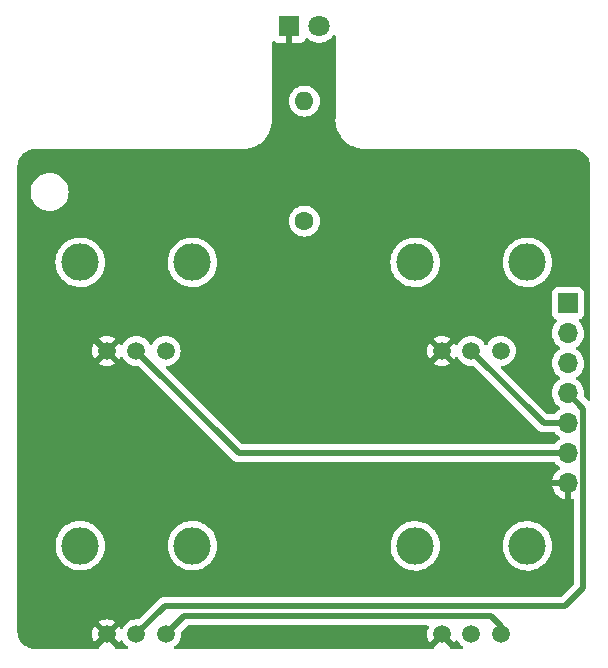
<source format=gbl>
G04 #@! TF.GenerationSoftware,KiCad,Pcbnew,(6.0.11)*
G04 #@! TF.CreationDate,2023-07-08T12:32:02+02:00*
G04 #@! TF.ProjectId,IO Board,494f2042-6f61-4726-942e-6b696361645f,rev?*
G04 #@! TF.SameCoordinates,Original*
G04 #@! TF.FileFunction,Copper,L2,Bot*
G04 #@! TF.FilePolarity,Positive*
%FSLAX46Y46*%
G04 Gerber Fmt 4.6, Leading zero omitted, Abs format (unit mm)*
G04 Created by KiCad (PCBNEW (6.0.11)) date 2023-07-08 12:32:02*
%MOMM*%
%LPD*%
G01*
G04 APERTURE LIST*
G04 #@! TA.AperFunction,ComponentPad*
%ADD10R,1.800000X1.800000*%
G04 #@! TD*
G04 #@! TA.AperFunction,ComponentPad*
%ADD11C,1.800000*%
G04 #@! TD*
G04 #@! TA.AperFunction,ComponentPad*
%ADD12C,1.500000*%
G04 #@! TD*
G04 #@! TA.AperFunction,ComponentPad*
%ADD13C,3.164000*%
G04 #@! TD*
G04 #@! TA.AperFunction,ComponentPad*
%ADD14C,1.600000*%
G04 #@! TD*
G04 #@! TA.AperFunction,ComponentPad*
%ADD15O,1.600000X1.600000*%
G04 #@! TD*
G04 #@! TA.AperFunction,ComponentPad*
%ADD16R,1.700000X1.700000*%
G04 #@! TD*
G04 #@! TA.AperFunction,ComponentPad*
%ADD17O,1.700000X1.700000*%
G04 #@! TD*
G04 #@! TA.AperFunction,Conductor*
%ADD18C,0.500000*%
G04 #@! TD*
G04 APERTURE END LIST*
D10*
X214376000Y-58216800D03*
D11*
X216916000Y-58216800D03*
D12*
X227316383Y-85723005D03*
X229816383Y-85723005D03*
X232316383Y-85723005D03*
D13*
X225066383Y-78223005D03*
X234566383Y-78223005D03*
D12*
X198954916Y-109716108D03*
X201454916Y-109716108D03*
X203954916Y-109716108D03*
D13*
X196704916Y-102216108D03*
X206204916Y-102216108D03*
D12*
X227321612Y-109725162D03*
X229821612Y-109725162D03*
X232321612Y-109725162D03*
D13*
X225071612Y-102225162D03*
X234571612Y-102225162D03*
D12*
X198948140Y-85720462D03*
X201448140Y-85720462D03*
X203948140Y-85720462D03*
D13*
X196698140Y-78220462D03*
X206198140Y-78220462D03*
D14*
X215686347Y-74727791D03*
D15*
X215686347Y-64567791D03*
D16*
X237998000Y-81686400D03*
D17*
X237998000Y-84226400D03*
X237998000Y-86766400D03*
X237998000Y-89306400D03*
X237998000Y-91846400D03*
X237998000Y-94386400D03*
X237998000Y-96926400D03*
D18*
X205467024Y-108204000D02*
X203954916Y-109716108D01*
X232321612Y-109725162D02*
X232321612Y-109004612D01*
X231521000Y-108204000D02*
X205467024Y-108204000D01*
X232321612Y-109004612D02*
X231521000Y-108204000D01*
X237998000Y-89306400D02*
X239297511Y-90605911D01*
X237744000Y-107315000D02*
X203856024Y-107315000D01*
X239297511Y-90605911D02*
X239297511Y-105761489D01*
X239297511Y-105761489D02*
X237744000Y-107315000D01*
X203856024Y-107315000D02*
X201454916Y-109716108D01*
X237998000Y-91846400D02*
X235939778Y-91846400D01*
X235939778Y-91846400D02*
X229816383Y-85723005D01*
X201448140Y-85720462D02*
X210114078Y-94386400D01*
X210114078Y-94386400D02*
X237998000Y-94386400D01*
G04 #@! TA.AperFunction,Conductor*
G36*
X214572121Y-57982802D02*
G01*
X214618614Y-58036458D01*
X214630000Y-58088800D01*
X214630000Y-59606684D01*
X214634475Y-59621923D01*
X214635865Y-59623128D01*
X214643548Y-59624799D01*
X215320669Y-59624799D01*
X215327490Y-59624429D01*
X215378352Y-59618905D01*
X215393604Y-59615279D01*
X215514054Y-59570124D01*
X215529649Y-59561586D01*
X215631724Y-59485085D01*
X215644285Y-59472524D01*
X215720786Y-59370449D01*
X215729324Y-59354854D01*
X215750773Y-59297640D01*
X215793415Y-59240875D01*
X215859977Y-59216176D01*
X215929325Y-59231384D01*
X215949240Y-59244926D01*
X216105349Y-59374530D01*
X216305322Y-59491384D01*
X216310147Y-59493226D01*
X216310148Y-59493227D01*
X216369640Y-59515945D01*
X216521694Y-59574009D01*
X216526760Y-59575040D01*
X216526761Y-59575040D01*
X216579846Y-59585840D01*
X216748656Y-59620185D01*
X216879324Y-59624976D01*
X216974949Y-59628483D01*
X216974953Y-59628483D01*
X216980113Y-59628672D01*
X216985233Y-59628016D01*
X216985235Y-59628016D01*
X217058270Y-59618660D01*
X217209847Y-59599242D01*
X217214795Y-59597757D01*
X217214802Y-59597756D01*
X217426747Y-59534169D01*
X217431690Y-59532686D01*
X217512236Y-59493227D01*
X217635049Y-59433062D01*
X217635052Y-59433060D01*
X217639684Y-59430791D01*
X217828243Y-59296294D01*
X217992303Y-59132805D01*
X217995317Y-59128611D01*
X217995326Y-59128600D01*
X218090779Y-58995763D01*
X218146773Y-58952115D01*
X218217477Y-58945669D01*
X218280441Y-58978472D01*
X218315675Y-59040108D01*
X218319101Y-59069289D01*
X218319101Y-66062951D01*
X218317355Y-66083856D01*
X218314025Y-66103649D01*
X218313872Y-66116201D01*
X218314561Y-66121011D01*
X218314719Y-66123438D01*
X218315298Y-66129134D01*
X218315577Y-66133742D01*
X218332839Y-66419120D01*
X218387542Y-66717622D01*
X218477826Y-67007353D01*
X218479388Y-67010823D01*
X218479390Y-67010829D01*
X218516339Y-67092925D01*
X218602375Y-67284089D01*
X218604344Y-67287346D01*
X218604346Y-67287349D01*
X218759373Y-67543795D01*
X218761725Y-67546797D01*
X218761727Y-67546800D01*
X218820205Y-67621442D01*
X218946530Y-67782684D01*
X219161118Y-67997271D01*
X219164123Y-67999626D01*
X219164125Y-67999627D01*
X219225845Y-68047981D01*
X219400007Y-68184428D01*
X219577508Y-68291731D01*
X219656452Y-68339455D01*
X219656456Y-68339457D01*
X219659713Y-68341426D01*
X219798081Y-68403701D01*
X219932973Y-68464411D01*
X219932979Y-68464413D01*
X219936449Y-68465975D01*
X219940085Y-68467108D01*
X220222523Y-68555119D01*
X220226181Y-68556259D01*
X220524682Y-68610961D01*
X220528476Y-68611190D01*
X220528480Y-68611191D01*
X220660884Y-68619200D01*
X220796760Y-68627419D01*
X220810047Y-68628934D01*
X220815049Y-68629775D01*
X220821325Y-68629851D01*
X220822741Y-68629869D01*
X220822744Y-68629869D01*
X220827601Y-68629928D01*
X220855225Y-68625972D01*
X220873087Y-68624699D01*
X229248395Y-68624700D01*
X238351747Y-68624701D01*
X238371133Y-68626201D01*
X238385965Y-68628511D01*
X238385968Y-68628511D01*
X238394837Y-68629892D01*
X238410094Y-68627897D01*
X238435414Y-68627154D01*
X238604394Y-68639242D01*
X238622177Y-68641799D01*
X238752346Y-68670116D01*
X238812510Y-68683205D01*
X238829758Y-68688270D01*
X238980659Y-68744554D01*
X239012183Y-68756312D01*
X239012255Y-68756339D01*
X239028606Y-68763806D01*
X239199567Y-68857159D01*
X239214677Y-68866869D01*
X239370622Y-68983609D01*
X239384201Y-68995376D01*
X239521933Y-69133110D01*
X239533705Y-69146696D01*
X239650433Y-69302627D01*
X239660144Y-69317736D01*
X239753502Y-69488711D01*
X239760961Y-69505043D01*
X239812155Y-69642300D01*
X239829034Y-69687554D01*
X239834099Y-69704803D01*
X239875503Y-69895136D01*
X239878061Y-69912930D01*
X239889645Y-70074885D01*
X239888915Y-70092440D01*
X239888810Y-70101046D01*
X239887427Y-70109925D01*
X239889889Y-70128753D01*
X239891554Y-70141484D01*
X239892618Y-70157822D01*
X239892618Y-89824147D01*
X239872616Y-89892268D01*
X239818960Y-89938761D01*
X239748686Y-89948865D01*
X239684106Y-89919371D01*
X239677523Y-89913242D01*
X239377609Y-89613328D01*
X239343583Y-89551016D01*
X239341782Y-89507789D01*
X239359529Y-89372990D01*
X239361156Y-89306400D01*
X239342852Y-89083761D01*
X239288431Y-88867102D01*
X239199354Y-88662240D01*
X239078014Y-88474677D01*
X238927670Y-88309451D01*
X238923619Y-88306252D01*
X238923615Y-88306248D01*
X238756414Y-88174200D01*
X238756410Y-88174198D01*
X238752359Y-88170998D01*
X238711053Y-88148196D01*
X238661084Y-88097764D01*
X238646312Y-88028321D01*
X238671428Y-87961916D01*
X238698780Y-87935309D01*
X238742603Y-87904050D01*
X238877860Y-87807573D01*
X239036096Y-87649889D01*
X239095594Y-87567089D01*
X239163435Y-87472677D01*
X239166453Y-87468477D01*
X239265430Y-87268211D01*
X239330370Y-87054469D01*
X239359529Y-86832990D01*
X239359611Y-86829640D01*
X239361074Y-86769765D01*
X239361074Y-86769761D01*
X239361156Y-86766400D01*
X239342852Y-86543761D01*
X239288431Y-86327102D01*
X239199354Y-86122240D01*
X239078014Y-85934677D01*
X238927670Y-85769451D01*
X238923619Y-85766252D01*
X238923615Y-85766248D01*
X238756414Y-85634200D01*
X238756410Y-85634198D01*
X238752359Y-85630998D01*
X238711053Y-85608196D01*
X238661084Y-85557764D01*
X238646312Y-85488321D01*
X238671428Y-85421916D01*
X238698780Y-85395309D01*
X238760921Y-85350984D01*
X238877860Y-85267573D01*
X239036096Y-85109889D01*
X239051244Y-85088809D01*
X239163435Y-84932677D01*
X239166453Y-84928477D01*
X239172878Y-84915478D01*
X239263136Y-84732853D01*
X239263137Y-84732851D01*
X239265430Y-84728211D01*
X239297900Y-84621340D01*
X239328865Y-84519423D01*
X239328865Y-84519421D01*
X239330370Y-84514469D01*
X239359529Y-84292990D01*
X239361156Y-84226400D01*
X239342852Y-84003761D01*
X239288431Y-83787102D01*
X239199354Y-83582240D01*
X239078014Y-83394677D01*
X239074532Y-83390850D01*
X238930798Y-83232888D01*
X238899746Y-83169042D01*
X238908141Y-83098543D01*
X238953317Y-83043775D01*
X238979761Y-83030106D01*
X239086297Y-82990167D01*
X239094705Y-82987015D01*
X239211261Y-82899661D01*
X239298615Y-82783105D01*
X239349745Y-82646716D01*
X239356500Y-82584534D01*
X239356500Y-80788266D01*
X239349745Y-80726084D01*
X239298615Y-80589695D01*
X239211261Y-80473139D01*
X239094705Y-80385785D01*
X238958316Y-80334655D01*
X238896134Y-80327900D01*
X237099866Y-80327900D01*
X237037684Y-80334655D01*
X236901295Y-80385785D01*
X236784739Y-80473139D01*
X236697385Y-80589695D01*
X236646255Y-80726084D01*
X236639500Y-80788266D01*
X236639500Y-82584534D01*
X236646255Y-82646716D01*
X236697385Y-82783105D01*
X236784739Y-82899661D01*
X236901295Y-82987015D01*
X236909704Y-82990167D01*
X236909705Y-82990168D01*
X237018451Y-83030935D01*
X237075216Y-83073576D01*
X237099916Y-83140138D01*
X237084709Y-83209487D01*
X237065316Y-83235968D01*
X236938629Y-83368538D01*
X236812743Y-83553080D01*
X236718688Y-83755705D01*
X236658989Y-83970970D01*
X236635251Y-84193095D01*
X236635548Y-84198248D01*
X236635548Y-84198251D01*
X236641011Y-84292990D01*
X236648110Y-84416115D01*
X236649247Y-84421161D01*
X236649248Y-84421167D01*
X236669119Y-84509339D01*
X236697222Y-84634039D01*
X236781266Y-84841016D01*
X236897987Y-85031488D01*
X237044250Y-85200338D01*
X237216126Y-85343032D01*
X237286595Y-85384211D01*
X237289445Y-85385876D01*
X237338169Y-85437514D01*
X237351240Y-85507297D01*
X237324509Y-85573069D01*
X237284055Y-85606427D01*
X237271607Y-85612907D01*
X237267474Y-85616010D01*
X237267471Y-85616012D01*
X237111294Y-85733273D01*
X237092965Y-85747035D01*
X237089393Y-85750773D01*
X236950848Y-85895752D01*
X236938629Y-85908538D01*
X236935715Y-85912810D01*
X236935714Y-85912811D01*
X236921017Y-85934356D01*
X236812743Y-86093080D01*
X236782830Y-86157523D01*
X236733157Y-86264535D01*
X236718688Y-86295705D01*
X236658989Y-86510970D01*
X236635251Y-86733095D01*
X236635548Y-86738248D01*
X236635548Y-86738251D01*
X236645394Y-86909005D01*
X236648110Y-86956115D01*
X236649247Y-86961161D01*
X236649248Y-86961167D01*
X236660249Y-87009980D01*
X236697222Y-87174039D01*
X236781266Y-87381016D01*
X236897987Y-87571488D01*
X237044250Y-87740338D01*
X237216126Y-87883032D01*
X237286595Y-87924211D01*
X237289445Y-87925876D01*
X237338169Y-87977514D01*
X237351240Y-88047297D01*
X237324509Y-88113069D01*
X237284055Y-88146427D01*
X237271607Y-88152907D01*
X237267474Y-88156010D01*
X237267471Y-88156012D01*
X237243247Y-88174200D01*
X237092965Y-88287035D01*
X236938629Y-88448538D01*
X236812743Y-88633080D01*
X236718688Y-88835705D01*
X236658989Y-89050970D01*
X236635251Y-89273095D01*
X236635548Y-89278248D01*
X236635548Y-89278251D01*
X236641011Y-89372990D01*
X236648110Y-89496115D01*
X236649247Y-89501161D01*
X236649248Y-89501167D01*
X236664624Y-89569391D01*
X236697222Y-89714039D01*
X236781266Y-89921016D01*
X236897987Y-90111488D01*
X237044250Y-90280338D01*
X237216126Y-90423032D01*
X237286595Y-90464211D01*
X237289445Y-90465876D01*
X237338169Y-90517514D01*
X237351240Y-90587297D01*
X237324509Y-90653069D01*
X237284055Y-90686427D01*
X237271607Y-90692907D01*
X237267474Y-90696010D01*
X237267471Y-90696012D01*
X237097100Y-90823930D01*
X237092965Y-90827035D01*
X236938629Y-90988538D01*
X236908363Y-91032907D01*
X236853455Y-91077907D01*
X236804277Y-91087900D01*
X236306149Y-91087900D01*
X236238028Y-91067898D01*
X236217054Y-91050995D01*
X232356632Y-87190573D01*
X232322606Y-87128261D01*
X232327671Y-87057446D01*
X232370218Y-87000610D01*
X232434745Y-86975957D01*
X232482677Y-86971764D01*
X232535754Y-86967120D01*
X232748459Y-86910125D01*
X232948037Y-86817061D01*
X233128421Y-86690754D01*
X233284132Y-86535043D01*
X233289072Y-86527989D01*
X233407282Y-86359167D01*
X233407283Y-86359165D01*
X233410439Y-86354658D01*
X233412762Y-86349676D01*
X233412765Y-86349671D01*
X233486386Y-86191789D01*
X233503503Y-86155081D01*
X233560498Y-85942376D01*
X233579690Y-85723005D01*
X233560498Y-85503634D01*
X233503503Y-85290929D01*
X233412881Y-85096588D01*
X233412765Y-85096339D01*
X233412762Y-85096334D01*
X233410439Y-85091352D01*
X233379169Y-85046694D01*
X233287291Y-84915478D01*
X233287289Y-84915475D01*
X233284132Y-84910967D01*
X233128421Y-84755256D01*
X233096427Y-84732853D01*
X233024938Y-84682796D01*
X232948037Y-84628949D01*
X232748459Y-84535885D01*
X232535754Y-84478890D01*
X232316383Y-84459698D01*
X232097012Y-84478890D01*
X231884307Y-84535885D01*
X231790945Y-84579420D01*
X231689717Y-84626623D01*
X231689712Y-84626626D01*
X231684730Y-84628949D01*
X231680223Y-84632105D01*
X231680221Y-84632106D01*
X231508856Y-84752097D01*
X231508853Y-84752099D01*
X231504345Y-84755256D01*
X231348634Y-84910967D01*
X231345477Y-84915475D01*
X231345475Y-84915478D01*
X231253597Y-85046694D01*
X231222327Y-85091352D01*
X231220004Y-85096334D01*
X231220001Y-85096339D01*
X231180578Y-85180883D01*
X231133661Y-85234168D01*
X231065383Y-85253629D01*
X230997423Y-85233087D01*
X230952188Y-85180883D01*
X230912765Y-85096339D01*
X230912762Y-85096334D01*
X230910439Y-85091352D01*
X230879169Y-85046694D01*
X230787291Y-84915478D01*
X230787289Y-84915475D01*
X230784132Y-84910967D01*
X230628421Y-84755256D01*
X230596427Y-84732853D01*
X230524938Y-84682796D01*
X230448037Y-84628949D01*
X230248459Y-84535885D01*
X230035754Y-84478890D01*
X229816383Y-84459698D01*
X229597012Y-84478890D01*
X229384307Y-84535885D01*
X229290945Y-84579420D01*
X229189717Y-84626623D01*
X229189712Y-84626626D01*
X229184730Y-84628949D01*
X229180223Y-84632105D01*
X229180221Y-84632106D01*
X229008856Y-84752097D01*
X229008853Y-84752099D01*
X229004345Y-84755256D01*
X228848634Y-84910967D01*
X228845477Y-84915475D01*
X228845475Y-84915478D01*
X228753597Y-85046694D01*
X228722327Y-85091352D01*
X228720004Y-85096334D01*
X228720001Y-85096339D01*
X228680302Y-85181475D01*
X228633385Y-85234760D01*
X228565107Y-85254221D01*
X228497148Y-85233679D01*
X228451912Y-85181475D01*
X228412329Y-85096588D01*
X228406849Y-85087098D01*
X228377972Y-85045856D01*
X228367496Y-85037482D01*
X228354049Y-85044550D01*
X227688404Y-85710194D01*
X227680791Y-85724137D01*
X227680922Y-85725971D01*
X227685173Y-85732585D01*
X228354774Y-86402185D01*
X228366544Y-86408612D01*
X228378559Y-86399316D01*
X228406849Y-86358912D01*
X228412329Y-86349422D01*
X228451912Y-86264535D01*
X228498829Y-86211250D01*
X228567107Y-86191789D01*
X228635067Y-86212331D01*
X228680302Y-86264535D01*
X228720001Y-86349671D01*
X228720004Y-86349676D01*
X228722327Y-86354658D01*
X228725483Y-86359165D01*
X228725484Y-86359167D01*
X228843695Y-86527989D01*
X228848634Y-86535043D01*
X229004345Y-86690754D01*
X229184729Y-86817061D01*
X229384307Y-86910125D01*
X229597012Y-86967120D01*
X229816383Y-86986312D01*
X229821858Y-86985833D01*
X229821859Y-86985833D01*
X229933144Y-86976097D01*
X230002748Y-86990086D01*
X230033220Y-87012523D01*
X235356008Y-92335311D01*
X235368394Y-92349723D01*
X235376927Y-92361318D01*
X235376932Y-92361323D01*
X235381270Y-92367218D01*
X235386848Y-92371957D01*
X235386851Y-92371960D01*
X235421546Y-92401435D01*
X235429062Y-92408365D01*
X235434757Y-92414060D01*
X235437639Y-92416340D01*
X235457029Y-92431681D01*
X235460433Y-92434472D01*
X235510481Y-92476991D01*
X235516063Y-92481733D01*
X235522579Y-92485061D01*
X235527628Y-92488428D01*
X235532757Y-92491595D01*
X235538494Y-92496134D01*
X235604653Y-92527055D01*
X235608547Y-92528958D01*
X235673586Y-92562169D01*
X235680694Y-92563908D01*
X235686337Y-92566007D01*
X235692100Y-92567924D01*
X235698728Y-92571022D01*
X235705890Y-92572512D01*
X235705891Y-92572512D01*
X235770190Y-92585886D01*
X235774474Y-92586856D01*
X235845388Y-92604208D01*
X235850990Y-92604556D01*
X235850993Y-92604556D01*
X235856542Y-92604900D01*
X235856540Y-92604936D01*
X235860533Y-92605175D01*
X235864725Y-92605549D01*
X235871893Y-92607040D01*
X235949298Y-92604946D01*
X235952706Y-92604900D01*
X236800491Y-92604900D01*
X236868612Y-92624902D01*
X236897402Y-92651995D01*
X236897987Y-92651488D01*
X237044250Y-92820338D01*
X237216126Y-92963032D01*
X237286595Y-93004211D01*
X237289445Y-93005876D01*
X237338169Y-93057514D01*
X237351240Y-93127297D01*
X237324509Y-93193069D01*
X237284055Y-93226427D01*
X237271607Y-93232907D01*
X237267474Y-93236010D01*
X237267471Y-93236012D01*
X237097100Y-93363930D01*
X237092965Y-93367035D01*
X236938629Y-93528538D01*
X236908363Y-93572907D01*
X236853455Y-93617907D01*
X236804277Y-93627900D01*
X210480449Y-93627900D01*
X210412328Y-93607898D01*
X210391354Y-93590995D01*
X203988389Y-87188030D01*
X203954363Y-87125718D01*
X203959428Y-87054903D01*
X204001975Y-86998067D01*
X204066502Y-86973414D01*
X204114434Y-86969221D01*
X204167511Y-86964577D01*
X204380216Y-86907582D01*
X204579794Y-86814518D01*
X204638850Y-86773166D01*
X226630776Y-86773166D01*
X226640070Y-86785180D01*
X226680471Y-86813469D01*
X226689967Y-86818952D01*
X226879496Y-86907331D01*
X226889788Y-86911077D01*
X227091784Y-86965201D01*
X227102579Y-86967104D01*
X227310908Y-86985331D01*
X227321858Y-86985331D01*
X227530187Y-86967104D01*
X227540982Y-86965201D01*
X227742978Y-86911077D01*
X227753270Y-86907331D01*
X227942799Y-86818952D01*
X227952295Y-86813469D01*
X227993531Y-86784595D01*
X228001906Y-86774117D01*
X227994840Y-86760673D01*
X227329194Y-86095026D01*
X227315251Y-86087413D01*
X227313417Y-86087544D01*
X227306803Y-86091795D01*
X226637203Y-86761396D01*
X226630776Y-86773166D01*
X204638850Y-86773166D01*
X204760178Y-86688211D01*
X204915889Y-86532500D01*
X204930965Y-86510970D01*
X205039039Y-86356624D01*
X205039040Y-86356622D01*
X205042196Y-86352115D01*
X205044519Y-86347133D01*
X205044522Y-86347128D01*
X205118143Y-86189246D01*
X205135260Y-86152538D01*
X205192255Y-85939833D01*
X205210746Y-85728480D01*
X226054057Y-85728480D01*
X226072284Y-85936809D01*
X226074187Y-85947604D01*
X226128311Y-86149600D01*
X226132057Y-86159892D01*
X226220437Y-86349422D01*
X226225917Y-86358912D01*
X226254794Y-86400154D01*
X226265270Y-86408528D01*
X226278717Y-86401460D01*
X226944362Y-85735816D01*
X226951975Y-85721873D01*
X226951844Y-85720039D01*
X226947593Y-85713425D01*
X226277992Y-85043825D01*
X226266222Y-85037398D01*
X226254207Y-85046694D01*
X226225917Y-85087098D01*
X226220437Y-85096588D01*
X226132057Y-85286118D01*
X226128311Y-85296410D01*
X226074187Y-85498406D01*
X226072284Y-85509201D01*
X226054057Y-85717530D01*
X226054057Y-85728480D01*
X205210746Y-85728480D01*
X205211447Y-85720462D01*
X205192255Y-85501091D01*
X205135260Y-85288386D01*
X205050069Y-85105692D01*
X205044522Y-85093796D01*
X205044519Y-85093791D01*
X205042196Y-85088809D01*
X205012120Y-85045856D01*
X204919048Y-84912935D01*
X204919046Y-84912932D01*
X204915889Y-84908424D01*
X204760178Y-84752713D01*
X204644754Y-84671892D01*
X226630860Y-84671892D01*
X226637928Y-84685339D01*
X227303572Y-85350984D01*
X227317515Y-85358597D01*
X227319349Y-85358466D01*
X227325963Y-85354215D01*
X227995563Y-84684614D01*
X228001990Y-84672844D01*
X227992696Y-84660830D01*
X227952295Y-84632541D01*
X227942799Y-84627058D01*
X227753270Y-84538679D01*
X227742978Y-84534933D01*
X227540982Y-84480809D01*
X227530187Y-84478906D01*
X227321858Y-84460679D01*
X227310908Y-84460679D01*
X227102579Y-84478906D01*
X227091784Y-84480809D01*
X226889788Y-84534933D01*
X226879496Y-84538679D01*
X226689966Y-84627059D01*
X226680476Y-84632539D01*
X226639234Y-84661416D01*
X226630860Y-84671892D01*
X204644754Y-84671892D01*
X204579794Y-84626406D01*
X204380216Y-84533342D01*
X204167511Y-84476347D01*
X203948140Y-84457155D01*
X203728769Y-84476347D01*
X203516064Y-84533342D01*
X203422702Y-84576877D01*
X203321474Y-84624080D01*
X203321469Y-84624083D01*
X203316487Y-84626406D01*
X203311980Y-84629562D01*
X203311978Y-84629563D01*
X203140613Y-84749554D01*
X203140610Y-84749556D01*
X203136102Y-84752713D01*
X202980391Y-84908424D01*
X202977234Y-84912932D01*
X202977232Y-84912935D01*
X202884160Y-85045856D01*
X202854084Y-85088809D01*
X202851761Y-85093791D01*
X202851758Y-85093796D01*
X202812335Y-85178340D01*
X202765418Y-85231625D01*
X202697140Y-85251086D01*
X202629180Y-85230544D01*
X202583945Y-85178340D01*
X202544522Y-85093796D01*
X202544519Y-85093791D01*
X202542196Y-85088809D01*
X202512120Y-85045856D01*
X202419048Y-84912935D01*
X202419046Y-84912932D01*
X202415889Y-84908424D01*
X202260178Y-84752713D01*
X202079794Y-84626406D01*
X201880216Y-84533342D01*
X201667511Y-84476347D01*
X201448140Y-84457155D01*
X201228769Y-84476347D01*
X201016064Y-84533342D01*
X200922702Y-84576877D01*
X200821474Y-84624080D01*
X200821469Y-84624083D01*
X200816487Y-84626406D01*
X200811980Y-84629562D01*
X200811978Y-84629563D01*
X200640613Y-84749554D01*
X200640610Y-84749556D01*
X200636102Y-84752713D01*
X200480391Y-84908424D01*
X200477234Y-84912932D01*
X200477232Y-84912935D01*
X200384160Y-85045856D01*
X200354084Y-85088809D01*
X200351761Y-85093791D01*
X200351758Y-85093796D01*
X200312059Y-85178932D01*
X200265142Y-85232217D01*
X200196864Y-85251678D01*
X200128905Y-85231136D01*
X200083669Y-85178932D01*
X200044086Y-85094045D01*
X200038606Y-85084555D01*
X200009729Y-85043313D01*
X199999253Y-85034939D01*
X199985806Y-85042007D01*
X199320161Y-85707651D01*
X199312548Y-85721594D01*
X199312679Y-85723428D01*
X199316930Y-85730042D01*
X199986531Y-86399642D01*
X199998301Y-86406069D01*
X200010316Y-86396773D01*
X200038606Y-86356369D01*
X200044086Y-86346879D01*
X200083669Y-86261992D01*
X200130586Y-86208707D01*
X200198864Y-86189246D01*
X200266824Y-86209788D01*
X200312059Y-86261992D01*
X200351758Y-86347128D01*
X200351761Y-86347133D01*
X200354084Y-86352115D01*
X200357240Y-86356622D01*
X200357241Y-86356624D01*
X200465316Y-86510970D01*
X200480391Y-86532500D01*
X200636102Y-86688211D01*
X200816486Y-86814518D01*
X201016064Y-86907582D01*
X201228769Y-86964577D01*
X201448140Y-86983769D01*
X201453615Y-86983290D01*
X201453616Y-86983290D01*
X201564901Y-86973554D01*
X201634505Y-86987543D01*
X201664977Y-87009980D01*
X209530308Y-94875311D01*
X209542694Y-94889723D01*
X209551227Y-94901318D01*
X209551232Y-94901323D01*
X209555570Y-94907218D01*
X209561148Y-94911957D01*
X209561151Y-94911960D01*
X209595846Y-94941435D01*
X209603362Y-94948365D01*
X209609057Y-94954060D01*
X209611939Y-94956340D01*
X209631329Y-94971681D01*
X209634733Y-94974472D01*
X209684781Y-95016991D01*
X209690363Y-95021733D01*
X209696879Y-95025061D01*
X209701928Y-95028428D01*
X209707057Y-95031595D01*
X209712794Y-95036134D01*
X209778953Y-95067055D01*
X209782847Y-95068958D01*
X209847886Y-95102169D01*
X209854994Y-95103908D01*
X209860637Y-95106007D01*
X209866400Y-95107924D01*
X209873028Y-95111022D01*
X209880190Y-95112512D01*
X209880191Y-95112512D01*
X209944490Y-95125886D01*
X209948774Y-95126856D01*
X210019688Y-95144208D01*
X210025290Y-95144556D01*
X210025293Y-95144556D01*
X210030842Y-95144900D01*
X210030840Y-95144936D01*
X210034833Y-95145175D01*
X210039025Y-95145549D01*
X210046193Y-95147040D01*
X210123598Y-95144946D01*
X210127006Y-95144900D01*
X236800491Y-95144900D01*
X236868612Y-95164902D01*
X236897402Y-95191995D01*
X236897987Y-95191488D01*
X237044250Y-95360338D01*
X237216126Y-95503032D01*
X237289955Y-95546174D01*
X237338679Y-95597812D01*
X237351750Y-95667595D01*
X237325019Y-95733367D01*
X237284562Y-95766727D01*
X237276457Y-95770946D01*
X237267738Y-95776436D01*
X237097433Y-95904305D01*
X237089726Y-95911148D01*
X236942590Y-96065117D01*
X236936104Y-96073127D01*
X236816098Y-96249049D01*
X236811000Y-96258023D01*
X236721338Y-96451183D01*
X236717775Y-96460870D01*
X236662389Y-96660583D01*
X236663912Y-96669007D01*
X236676292Y-96672400D01*
X238126000Y-96672400D01*
X238194121Y-96692402D01*
X238240614Y-96746058D01*
X238252000Y-96798400D01*
X238252000Y-98244917D01*
X238256064Y-98258759D01*
X238269478Y-98260793D01*
X238276184Y-98259934D01*
X238286262Y-98257792D01*
X238376803Y-98230628D01*
X238447799Y-98230211D01*
X238507749Y-98268244D01*
X238537621Y-98332650D01*
X238539011Y-98351314D01*
X238539011Y-105395118D01*
X238519009Y-105463239D01*
X238502106Y-105484213D01*
X237466724Y-106519595D01*
X237404412Y-106553621D01*
X237377629Y-106556500D01*
X203923087Y-106556500D01*
X203904138Y-106555067D01*
X203903931Y-106555036D01*
X203882675Y-106551802D01*
X203875383Y-106552395D01*
X203875380Y-106552395D01*
X203830015Y-106556085D01*
X203819801Y-106556500D01*
X203811731Y-106556500D01*
X203808111Y-106556922D01*
X203808093Y-106556923D01*
X203783485Y-106559792D01*
X203779124Y-106560224D01*
X203754005Y-106562267D01*
X203713685Y-106565546D01*
X203713682Y-106565547D01*
X203706387Y-106566140D01*
X203699423Y-106568396D01*
X203693464Y-106569587D01*
X203687609Y-106570971D01*
X203680343Y-106571818D01*
X203611697Y-106596735D01*
X203607569Y-106598152D01*
X203545088Y-106618393D01*
X203545086Y-106618394D01*
X203538125Y-106620649D01*
X203531870Y-106624445D01*
X203526396Y-106626951D01*
X203520966Y-106629670D01*
X203514087Y-106632167D01*
X203453040Y-106672191D01*
X203449351Y-106674518D01*
X203429159Y-106686771D01*
X203391717Y-106709491D01*
X203391712Y-106709495D01*
X203386916Y-106712405D01*
X203378540Y-106719803D01*
X203378517Y-106719777D01*
X203375527Y-106722426D01*
X203372288Y-106725134D01*
X203366172Y-106729144D01*
X203361145Y-106734451D01*
X203361141Y-106734454D01*
X203312896Y-106785383D01*
X203310518Y-106787825D01*
X201671753Y-108426590D01*
X201609441Y-108460616D01*
X201571677Y-108463016D01*
X201460392Y-108453280D01*
X201460391Y-108453280D01*
X201454916Y-108452801D01*
X201235545Y-108471993D01*
X201022840Y-108528988D01*
X200998571Y-108540305D01*
X200828250Y-108619726D01*
X200828245Y-108619729D01*
X200823263Y-108622052D01*
X200818756Y-108625208D01*
X200818754Y-108625209D01*
X200647389Y-108745200D01*
X200647386Y-108745202D01*
X200642878Y-108748359D01*
X200487167Y-108904070D01*
X200484010Y-108908578D01*
X200484008Y-108908581D01*
X200392130Y-109039797D01*
X200360860Y-109084455D01*
X200358537Y-109089437D01*
X200358534Y-109089442D01*
X200318835Y-109174578D01*
X200271918Y-109227863D01*
X200203640Y-109247324D01*
X200135681Y-109226782D01*
X200090445Y-109174578D01*
X200050862Y-109089691D01*
X200045382Y-109080201D01*
X200016505Y-109038959D01*
X200006029Y-109030585D01*
X199992582Y-109037653D01*
X199326937Y-109703297D01*
X199319324Y-109717240D01*
X199319455Y-109719074D01*
X199323706Y-109725688D01*
X199993307Y-110395288D01*
X200005077Y-110401715D01*
X200017092Y-110392419D01*
X200045382Y-110352015D01*
X200050862Y-110342525D01*
X200090445Y-110257638D01*
X200137362Y-110204353D01*
X200205640Y-110184892D01*
X200273600Y-110205434D01*
X200318835Y-110257638D01*
X200358534Y-110342774D01*
X200358537Y-110342779D01*
X200360860Y-110347761D01*
X200364016Y-110352268D01*
X200364017Y-110352270D01*
X200441910Y-110463512D01*
X200487167Y-110528146D01*
X200642878Y-110683857D01*
X200647387Y-110687014D01*
X200647389Y-110687016D01*
X200726920Y-110742704D01*
X200771248Y-110798161D01*
X200778557Y-110868781D01*
X200746526Y-110932141D01*
X200685325Y-110968126D01*
X200654649Y-110971917D01*
X199738841Y-110971917D01*
X199670720Y-110951915D01*
X199624227Y-110898259D01*
X199614123Y-110827985D01*
X199640419Y-110767247D01*
X199640440Y-110767221D01*
X199633373Y-110753776D01*
X198967727Y-110088129D01*
X198953784Y-110080516D01*
X198951950Y-110080647D01*
X198945336Y-110084898D01*
X198275736Y-110754499D01*
X198269309Y-110766269D01*
X198271280Y-110768816D01*
X198297143Y-110834934D01*
X198283155Y-110904539D01*
X198233756Y-110955532D01*
X198171623Y-110971917D01*
X192927243Y-110971917D01*
X192907855Y-110970416D01*
X192893029Y-110968107D01*
X192893022Y-110968107D01*
X192884154Y-110966726D01*
X192875250Y-110967890D01*
X192875249Y-110967890D01*
X192868900Y-110968720D01*
X192843577Y-110969463D01*
X192674601Y-110957376D01*
X192656810Y-110954817D01*
X192466478Y-110913411D01*
X192449235Y-110908348D01*
X192266730Y-110840274D01*
X192250380Y-110832807D01*
X192241550Y-110827985D01*
X192079429Y-110739459D01*
X192064306Y-110729741D01*
X192019328Y-110696070D01*
X191908370Y-110613007D01*
X191894785Y-110601235D01*
X191757056Y-110463504D01*
X191745284Y-110449918D01*
X191628558Y-110293991D01*
X191618839Y-110278867D01*
X191525487Y-110107906D01*
X191518021Y-110091559D01*
X191449951Y-109909057D01*
X191444887Y-109891810D01*
X191420796Y-109781070D01*
X191407855Y-109721583D01*
X197692590Y-109721583D01*
X197710817Y-109929912D01*
X197712720Y-109940707D01*
X197766844Y-110142703D01*
X197770590Y-110152995D01*
X197858970Y-110342525D01*
X197864450Y-110352015D01*
X197893327Y-110393257D01*
X197903803Y-110401631D01*
X197917250Y-110394563D01*
X198582895Y-109728919D01*
X198590508Y-109714976D01*
X198590377Y-109713142D01*
X198586126Y-109706528D01*
X197916525Y-109036928D01*
X197904755Y-109030501D01*
X197892740Y-109039797D01*
X197864450Y-109080201D01*
X197858970Y-109089691D01*
X197770590Y-109279221D01*
X197766844Y-109289513D01*
X197712720Y-109491509D01*
X197710817Y-109502304D01*
X197692590Y-109710633D01*
X197692590Y-109721583D01*
X191407855Y-109721583D01*
X191403481Y-109701479D01*
X191400923Y-109683689D01*
X191389340Y-109521749D01*
X191390076Y-109504056D01*
X191390179Y-109495563D01*
X191391561Y-109486689D01*
X191387434Y-109455130D01*
X191386370Y-109438792D01*
X191386370Y-108664995D01*
X198269393Y-108664995D01*
X198276461Y-108678442D01*
X198942105Y-109344087D01*
X198956048Y-109351700D01*
X198957882Y-109351569D01*
X198964496Y-109347318D01*
X199634096Y-108677717D01*
X199640523Y-108665947D01*
X199631229Y-108653933D01*
X199590828Y-108625644D01*
X199581332Y-108620161D01*
X199391803Y-108531782D01*
X199381511Y-108528036D01*
X199179515Y-108473912D01*
X199168720Y-108472009D01*
X198960391Y-108453782D01*
X198949441Y-108453782D01*
X198741112Y-108472009D01*
X198730317Y-108473912D01*
X198528321Y-108528036D01*
X198518029Y-108531782D01*
X198328499Y-108620162D01*
X198319009Y-108625642D01*
X198277767Y-108654519D01*
X198269393Y-108664995D01*
X191386370Y-108664995D01*
X191386370Y-102194166D01*
X194609646Y-102194166D01*
X194626054Y-102478729D01*
X194626879Y-102482934D01*
X194626880Y-102482942D01*
X194639777Y-102548676D01*
X194680930Y-102758434D01*
X194682317Y-102762484D01*
X194682318Y-102762489D01*
X194707080Y-102834813D01*
X194773258Y-103028102D01*
X194901330Y-103282746D01*
X195062776Y-103517652D01*
X195065663Y-103520825D01*
X195065664Y-103520826D01*
X195134610Y-103596597D01*
X195254610Y-103728474D01*
X195257899Y-103731224D01*
X195469988Y-103908558D01*
X195469993Y-103908562D01*
X195473280Y-103911310D01*
X195548051Y-103958214D01*
X195711100Y-104060495D01*
X195711104Y-104060497D01*
X195714740Y-104062778D01*
X195844631Y-104121426D01*
X195970611Y-104178309D01*
X195970615Y-104178311D01*
X195974523Y-104180075D01*
X195978643Y-104181295D01*
X195978642Y-104181295D01*
X196243709Y-104259811D01*
X196243713Y-104259812D01*
X196247822Y-104261029D01*
X196252056Y-104261677D01*
X196252061Y-104261678D01*
X196500501Y-104299694D01*
X196529579Y-104304144D01*
X196674702Y-104306424D01*
X196810289Y-104308554D01*
X196810295Y-104308554D01*
X196814580Y-104308621D01*
X197097552Y-104274378D01*
X197373259Y-104202048D01*
X197377219Y-104200408D01*
X197377224Y-104200406D01*
X197504929Y-104147508D01*
X197636598Y-104092969D01*
X197882697Y-103949160D01*
X198107002Y-103773283D01*
X198305363Y-103568590D01*
X198307896Y-103565142D01*
X198307900Y-103565137D01*
X198471570Y-103342326D01*
X198474108Y-103338871D01*
X198610116Y-103088377D01*
X198707448Y-102830795D01*
X198709351Y-102825759D01*
X198709352Y-102825755D01*
X198710869Y-102821741D01*
X198771471Y-102557136D01*
X198773545Y-102548082D01*
X198773546Y-102548078D01*
X198774503Y-102543898D01*
X198799841Y-102259990D01*
X198800301Y-102216108D01*
X198798805Y-102194166D01*
X204109646Y-102194166D01*
X204126054Y-102478729D01*
X204126879Y-102482934D01*
X204126880Y-102482942D01*
X204139777Y-102548676D01*
X204180930Y-102758434D01*
X204182317Y-102762484D01*
X204182318Y-102762489D01*
X204207080Y-102834813D01*
X204273258Y-103028102D01*
X204401330Y-103282746D01*
X204562776Y-103517652D01*
X204565663Y-103520825D01*
X204565664Y-103520826D01*
X204634610Y-103596597D01*
X204754610Y-103728474D01*
X204757899Y-103731224D01*
X204969988Y-103908558D01*
X204969993Y-103908562D01*
X204973280Y-103911310D01*
X205048051Y-103958214D01*
X205211100Y-104060495D01*
X205211104Y-104060497D01*
X205214740Y-104062778D01*
X205344631Y-104121426D01*
X205470611Y-104178309D01*
X205470615Y-104178311D01*
X205474523Y-104180075D01*
X205478643Y-104181295D01*
X205478642Y-104181295D01*
X205743709Y-104259811D01*
X205743713Y-104259812D01*
X205747822Y-104261029D01*
X205752056Y-104261677D01*
X205752061Y-104261678D01*
X206000501Y-104299694D01*
X206029579Y-104304144D01*
X206174702Y-104306424D01*
X206310289Y-104308554D01*
X206310295Y-104308554D01*
X206314580Y-104308621D01*
X206597552Y-104274378D01*
X206873259Y-104202048D01*
X206877219Y-104200408D01*
X206877224Y-104200406D01*
X207004929Y-104147508D01*
X207136598Y-104092969D01*
X207382697Y-103949160D01*
X207607002Y-103773283D01*
X207805363Y-103568590D01*
X207807896Y-103565142D01*
X207807900Y-103565137D01*
X207971570Y-103342326D01*
X207974108Y-103338871D01*
X208110116Y-103088377D01*
X208207448Y-102830795D01*
X208209351Y-102825759D01*
X208209352Y-102825755D01*
X208210869Y-102821741D01*
X208271471Y-102557136D01*
X208273545Y-102548082D01*
X208273546Y-102548078D01*
X208274503Y-102543898D01*
X208299841Y-102259990D01*
X208300301Y-102216108D01*
X208299422Y-102203220D01*
X222976342Y-102203220D01*
X222992750Y-102487783D01*
X222993575Y-102491988D01*
X222993576Y-102491996D01*
X223025203Y-102653198D01*
X223047626Y-102767488D01*
X223049013Y-102771538D01*
X223049014Y-102771543D01*
X223138565Y-103033100D01*
X223139954Y-103037156D01*
X223141881Y-103040987D01*
X223261546Y-103278915D01*
X223268026Y-103291800D01*
X223304010Y-103344157D01*
X223425431Y-103520826D01*
X223429472Y-103526706D01*
X223621306Y-103737528D01*
X223624595Y-103740278D01*
X223836684Y-103917612D01*
X223836689Y-103917616D01*
X223839976Y-103920364D01*
X223896091Y-103955565D01*
X224077796Y-104069549D01*
X224077800Y-104069551D01*
X224081436Y-104071832D01*
X224151938Y-104103665D01*
X224337307Y-104187363D01*
X224337311Y-104187365D01*
X224341219Y-104189129D01*
X224345339Y-104190349D01*
X224345338Y-104190349D01*
X224610405Y-104268865D01*
X224610409Y-104268866D01*
X224614518Y-104270083D01*
X224618752Y-104270731D01*
X224618757Y-104270732D01*
X224837107Y-104304144D01*
X224896275Y-104313198D01*
X225041398Y-104315478D01*
X225176985Y-104317608D01*
X225176991Y-104317608D01*
X225181276Y-104317675D01*
X225464248Y-104283432D01*
X225739955Y-104211102D01*
X225743915Y-104209462D01*
X225743920Y-104209460D01*
X225871625Y-104156562D01*
X226003294Y-104102023D01*
X226249393Y-103958214D01*
X226473698Y-103782337D01*
X226672059Y-103577644D01*
X226674592Y-103574196D01*
X226674596Y-103574191D01*
X226838266Y-103351380D01*
X226840804Y-103347925D01*
X226976812Y-103097431D01*
X227077565Y-102830795D01*
X227141199Y-102552952D01*
X227147448Y-102482942D01*
X227166317Y-102271510D01*
X227166317Y-102271508D01*
X227166537Y-102269044D01*
X227166997Y-102225162D01*
X227165501Y-102203220D01*
X232476342Y-102203220D01*
X232492750Y-102487783D01*
X232493575Y-102491988D01*
X232493576Y-102491996D01*
X232525203Y-102653198D01*
X232547626Y-102767488D01*
X232549013Y-102771538D01*
X232549014Y-102771543D01*
X232638565Y-103033100D01*
X232639954Y-103037156D01*
X232641881Y-103040987D01*
X232761546Y-103278915D01*
X232768026Y-103291800D01*
X232804010Y-103344157D01*
X232925431Y-103520826D01*
X232929472Y-103526706D01*
X233121306Y-103737528D01*
X233124595Y-103740278D01*
X233336684Y-103917612D01*
X233336689Y-103917616D01*
X233339976Y-103920364D01*
X233396091Y-103955565D01*
X233577796Y-104069549D01*
X233577800Y-104069551D01*
X233581436Y-104071832D01*
X233651938Y-104103665D01*
X233837307Y-104187363D01*
X233837311Y-104187365D01*
X233841219Y-104189129D01*
X233845339Y-104190349D01*
X233845338Y-104190349D01*
X234110405Y-104268865D01*
X234110409Y-104268866D01*
X234114518Y-104270083D01*
X234118752Y-104270731D01*
X234118757Y-104270732D01*
X234337107Y-104304144D01*
X234396275Y-104313198D01*
X234541398Y-104315478D01*
X234676985Y-104317608D01*
X234676991Y-104317608D01*
X234681276Y-104317675D01*
X234964248Y-104283432D01*
X235239955Y-104211102D01*
X235243915Y-104209462D01*
X235243920Y-104209460D01*
X235371625Y-104156562D01*
X235503294Y-104102023D01*
X235749393Y-103958214D01*
X235973698Y-103782337D01*
X236172059Y-103577644D01*
X236174592Y-103574196D01*
X236174596Y-103574191D01*
X236338266Y-103351380D01*
X236340804Y-103347925D01*
X236476812Y-103097431D01*
X236577565Y-102830795D01*
X236641199Y-102552952D01*
X236647448Y-102482942D01*
X236666317Y-102271510D01*
X236666317Y-102271508D01*
X236666537Y-102269044D01*
X236666997Y-102225162D01*
X236647610Y-101940786D01*
X236643996Y-101923332D01*
X236590677Y-101665868D01*
X236589808Y-101661671D01*
X236494661Y-101392984D01*
X236363929Y-101139696D01*
X236200032Y-100906493D01*
X236194886Y-100900955D01*
X236008923Y-100700835D01*
X236008920Y-100700832D01*
X236006002Y-100697692D01*
X235785429Y-100517155D01*
X235735578Y-100486606D01*
X235546046Y-100370460D01*
X235546038Y-100370456D01*
X235542396Y-100368224D01*
X235538479Y-100366505D01*
X235538476Y-100366503D01*
X235422982Y-100315805D01*
X235281398Y-100253655D01*
X235277270Y-100252479D01*
X235277267Y-100252478D01*
X235011397Y-100176742D01*
X235011390Y-100176741D01*
X235007267Y-100175566D01*
X235003025Y-100174962D01*
X235003019Y-100174961D01*
X234729325Y-100136009D01*
X234725074Y-100135404D01*
X234575534Y-100134621D01*
X234444329Y-100133934D01*
X234444323Y-100133934D01*
X234440042Y-100133912D01*
X234435798Y-100134471D01*
X234435794Y-100134471D01*
X234311984Y-100150771D01*
X234157444Y-100171116D01*
X234153304Y-100172249D01*
X234153302Y-100172249D01*
X233909446Y-100238961D01*
X233882510Y-100246330D01*
X233620327Y-100358160D01*
X233616646Y-100360363D01*
X233379429Y-100502334D01*
X233379425Y-100502337D01*
X233375747Y-100504538D01*
X233153296Y-100682755D01*
X232957090Y-100889513D01*
X232954591Y-100892991D01*
X232954590Y-100892992D01*
X232793268Y-101117496D01*
X232793265Y-101117501D01*
X232790760Y-101120987D01*
X232657383Y-101372892D01*
X232559427Y-101640568D01*
X232498706Y-101919062D01*
X232476342Y-102203220D01*
X227165501Y-102203220D01*
X227147610Y-101940786D01*
X227143996Y-101923332D01*
X227090677Y-101665868D01*
X227089808Y-101661671D01*
X226994661Y-101392984D01*
X226863929Y-101139696D01*
X226700032Y-100906493D01*
X226694886Y-100900955D01*
X226508923Y-100700835D01*
X226508920Y-100700832D01*
X226506002Y-100697692D01*
X226285429Y-100517155D01*
X226235578Y-100486606D01*
X226046046Y-100370460D01*
X226046038Y-100370456D01*
X226042396Y-100368224D01*
X226038479Y-100366505D01*
X226038476Y-100366503D01*
X225922982Y-100315805D01*
X225781398Y-100253655D01*
X225777270Y-100252479D01*
X225777267Y-100252478D01*
X225511397Y-100176742D01*
X225511390Y-100176741D01*
X225507267Y-100175566D01*
X225503025Y-100174962D01*
X225503019Y-100174961D01*
X225229325Y-100136009D01*
X225225074Y-100135404D01*
X225075534Y-100134621D01*
X224944329Y-100133934D01*
X224944323Y-100133934D01*
X224940042Y-100133912D01*
X224935798Y-100134471D01*
X224935794Y-100134471D01*
X224811984Y-100150771D01*
X224657444Y-100171116D01*
X224653304Y-100172249D01*
X224653302Y-100172249D01*
X224409446Y-100238961D01*
X224382510Y-100246330D01*
X224120327Y-100358160D01*
X224116646Y-100360363D01*
X223879429Y-100502334D01*
X223879425Y-100502337D01*
X223875747Y-100504538D01*
X223653296Y-100682755D01*
X223457090Y-100889513D01*
X223454591Y-100892991D01*
X223454590Y-100892992D01*
X223293268Y-101117496D01*
X223293265Y-101117501D01*
X223290760Y-101120987D01*
X223157383Y-101372892D01*
X223059427Y-101640568D01*
X222998706Y-101919062D01*
X222976342Y-102203220D01*
X208299422Y-102203220D01*
X208281823Y-101945063D01*
X208281206Y-101936009D01*
X208281205Y-101936003D01*
X208280914Y-101931732D01*
X208279175Y-101923332D01*
X208223981Y-101656814D01*
X208223112Y-101652617D01*
X208127965Y-101383930D01*
X207997233Y-101130642D01*
X207833336Y-100897439D01*
X207820790Y-100883938D01*
X207642227Y-100691781D01*
X207642224Y-100691778D01*
X207639306Y-100688638D01*
X207418733Y-100508101D01*
X207368882Y-100477552D01*
X207179350Y-100361406D01*
X207179342Y-100361402D01*
X207175700Y-100359170D01*
X207171783Y-100357451D01*
X207171780Y-100357449D01*
X206939257Y-100255380D01*
X206914702Y-100244601D01*
X206910574Y-100243425D01*
X206910571Y-100243424D01*
X206644701Y-100167688D01*
X206644694Y-100167687D01*
X206640571Y-100166512D01*
X206636329Y-100165908D01*
X206636323Y-100165907D01*
X206362629Y-100126955D01*
X206358378Y-100126350D01*
X206208838Y-100125567D01*
X206077633Y-100124880D01*
X206077627Y-100124880D01*
X206073346Y-100124858D01*
X206069102Y-100125417D01*
X206069098Y-100125417D01*
X205945288Y-100141717D01*
X205790748Y-100162062D01*
X205786608Y-100163195D01*
X205786606Y-100163195D01*
X205741386Y-100175566D01*
X205515814Y-100237276D01*
X205253631Y-100349106D01*
X205249950Y-100351309D01*
X205012733Y-100493280D01*
X205012729Y-100493283D01*
X205009051Y-100495484D01*
X204786600Y-100673701D01*
X204590394Y-100880459D01*
X204587895Y-100883937D01*
X204587894Y-100883938D01*
X204426572Y-101108442D01*
X204426569Y-101108447D01*
X204424064Y-101111933D01*
X204290687Y-101363838D01*
X204192731Y-101631514D01*
X204132010Y-101910008D01*
X204109646Y-102194166D01*
X198798805Y-102194166D01*
X198781823Y-101945063D01*
X198781206Y-101936009D01*
X198781205Y-101936003D01*
X198780914Y-101931732D01*
X198779175Y-101923332D01*
X198723981Y-101656814D01*
X198723112Y-101652617D01*
X198627965Y-101383930D01*
X198497233Y-101130642D01*
X198333336Y-100897439D01*
X198320790Y-100883938D01*
X198142227Y-100691781D01*
X198142224Y-100691778D01*
X198139306Y-100688638D01*
X197918733Y-100508101D01*
X197868882Y-100477552D01*
X197679350Y-100361406D01*
X197679342Y-100361402D01*
X197675700Y-100359170D01*
X197671783Y-100357451D01*
X197671780Y-100357449D01*
X197439257Y-100255380D01*
X197414702Y-100244601D01*
X197410574Y-100243425D01*
X197410571Y-100243424D01*
X197144701Y-100167688D01*
X197144694Y-100167687D01*
X197140571Y-100166512D01*
X197136329Y-100165908D01*
X197136323Y-100165907D01*
X196862629Y-100126955D01*
X196858378Y-100126350D01*
X196708838Y-100125567D01*
X196577633Y-100124880D01*
X196577627Y-100124880D01*
X196573346Y-100124858D01*
X196569102Y-100125417D01*
X196569098Y-100125417D01*
X196445288Y-100141717D01*
X196290748Y-100162062D01*
X196286608Y-100163195D01*
X196286606Y-100163195D01*
X196241386Y-100175566D01*
X196015814Y-100237276D01*
X195753631Y-100349106D01*
X195749950Y-100351309D01*
X195512733Y-100493280D01*
X195512729Y-100493283D01*
X195509051Y-100495484D01*
X195286600Y-100673701D01*
X195090394Y-100880459D01*
X195087895Y-100883937D01*
X195087894Y-100883938D01*
X194926572Y-101108442D01*
X194926569Y-101108447D01*
X194924064Y-101111933D01*
X194790687Y-101363838D01*
X194692731Y-101631514D01*
X194632010Y-101910008D01*
X194609646Y-102194166D01*
X191386370Y-102194166D01*
X191386370Y-97194366D01*
X236666257Y-97194366D01*
X236696565Y-97328846D01*
X236699645Y-97338675D01*
X236779770Y-97536003D01*
X236784413Y-97545194D01*
X236895694Y-97726788D01*
X236901777Y-97735099D01*
X237041213Y-97896067D01*
X237048580Y-97903283D01*
X237212434Y-98039316D01*
X237220881Y-98045231D01*
X237404756Y-98152679D01*
X237414042Y-98157129D01*
X237613001Y-98233103D01*
X237622899Y-98235979D01*
X237726250Y-98257006D01*
X237740299Y-98255810D01*
X237744000Y-98245465D01*
X237744000Y-97198515D01*
X237739525Y-97183276D01*
X237738135Y-97182071D01*
X237730452Y-97180400D01*
X236681225Y-97180400D01*
X236667694Y-97184373D01*
X236666257Y-97194366D01*
X191386370Y-97194366D01*
X191386370Y-86770623D01*
X198262533Y-86770623D01*
X198271827Y-86782637D01*
X198312228Y-86810926D01*
X198321724Y-86816409D01*
X198511253Y-86904788D01*
X198521545Y-86908534D01*
X198723541Y-86962658D01*
X198734336Y-86964561D01*
X198942665Y-86982788D01*
X198953615Y-86982788D01*
X199161944Y-86964561D01*
X199172739Y-86962658D01*
X199374735Y-86908534D01*
X199385027Y-86904788D01*
X199574556Y-86816409D01*
X199584052Y-86810926D01*
X199625288Y-86782052D01*
X199633663Y-86771574D01*
X199626597Y-86758130D01*
X198960951Y-86092483D01*
X198947008Y-86084870D01*
X198945174Y-86085001D01*
X198938560Y-86089252D01*
X198268960Y-86758853D01*
X198262533Y-86770623D01*
X191386370Y-86770623D01*
X191386370Y-85725937D01*
X197685814Y-85725937D01*
X197704041Y-85934266D01*
X197705944Y-85945061D01*
X197760068Y-86147057D01*
X197763814Y-86157349D01*
X197852194Y-86346879D01*
X197857674Y-86356369D01*
X197886551Y-86397611D01*
X197897027Y-86405985D01*
X197910474Y-86398917D01*
X198576119Y-85733273D01*
X198583732Y-85719330D01*
X198583601Y-85717496D01*
X198579350Y-85710882D01*
X197909749Y-85041282D01*
X197897979Y-85034855D01*
X197885964Y-85044151D01*
X197857674Y-85084555D01*
X197852194Y-85094045D01*
X197763814Y-85283575D01*
X197760068Y-85293867D01*
X197705944Y-85495863D01*
X197704041Y-85506658D01*
X197685814Y-85714987D01*
X197685814Y-85725937D01*
X191386370Y-85725937D01*
X191386370Y-84669349D01*
X198262617Y-84669349D01*
X198269685Y-84682796D01*
X198935329Y-85348441D01*
X198949272Y-85356054D01*
X198951106Y-85355923D01*
X198957720Y-85351672D01*
X199627320Y-84682071D01*
X199633747Y-84670301D01*
X199624453Y-84658287D01*
X199584052Y-84629998D01*
X199574556Y-84624515D01*
X199385027Y-84536136D01*
X199374735Y-84532390D01*
X199172739Y-84478266D01*
X199161944Y-84476363D01*
X198953615Y-84458136D01*
X198942665Y-84458136D01*
X198734336Y-84476363D01*
X198723541Y-84478266D01*
X198521545Y-84532390D01*
X198511253Y-84536136D01*
X198321723Y-84624516D01*
X198312233Y-84629996D01*
X198270991Y-84658873D01*
X198262617Y-84669349D01*
X191386370Y-84669349D01*
X191386370Y-78198520D01*
X194602870Y-78198520D01*
X194619278Y-78483083D01*
X194620103Y-78487288D01*
X194620104Y-78487296D01*
X194633383Y-78554979D01*
X194674154Y-78762788D01*
X194675541Y-78766838D01*
X194675542Y-78766843D01*
X194698075Y-78832656D01*
X194766482Y-79032456D01*
X194894554Y-79287100D01*
X195056000Y-79522006D01*
X195247834Y-79732828D01*
X195251123Y-79735578D01*
X195463212Y-79912912D01*
X195463217Y-79912916D01*
X195466504Y-79915664D01*
X195587234Y-79991398D01*
X195704324Y-80064849D01*
X195704328Y-80064851D01*
X195707964Y-80067132D01*
X195784098Y-80101508D01*
X195963835Y-80182663D01*
X195963839Y-80182665D01*
X195967747Y-80184429D01*
X195971867Y-80185649D01*
X195971866Y-80185649D01*
X196236933Y-80264165D01*
X196236937Y-80264166D01*
X196241046Y-80265383D01*
X196245280Y-80266031D01*
X196245285Y-80266032D01*
X196493725Y-80304048D01*
X196522803Y-80308498D01*
X196667926Y-80310778D01*
X196803513Y-80312908D01*
X196803519Y-80312908D01*
X196807804Y-80312975D01*
X197090776Y-80278732D01*
X197366483Y-80206402D01*
X197370443Y-80204762D01*
X197370448Y-80204760D01*
X197498153Y-80151862D01*
X197629822Y-80097323D01*
X197875921Y-79953514D01*
X198100226Y-79777637D01*
X198144260Y-79732198D01*
X198295604Y-79576022D01*
X198298587Y-79572944D01*
X198301120Y-79569496D01*
X198301124Y-79569491D01*
X198464794Y-79346680D01*
X198467332Y-79343225D01*
X198494506Y-79293178D01*
X198506723Y-79270676D01*
X198603340Y-79092731D01*
X198704093Y-78826095D01*
X198729857Y-78713601D01*
X198766769Y-78552436D01*
X198766770Y-78552432D01*
X198767727Y-78548252D01*
X198772941Y-78489839D01*
X198792845Y-78266810D01*
X198792845Y-78266808D01*
X198793065Y-78264344D01*
X198793525Y-78220462D01*
X198792321Y-78202800D01*
X198792029Y-78198520D01*
X204102870Y-78198520D01*
X204119278Y-78483083D01*
X204120103Y-78487288D01*
X204120104Y-78487296D01*
X204133383Y-78554979D01*
X204174154Y-78762788D01*
X204175541Y-78766838D01*
X204175542Y-78766843D01*
X204198075Y-78832656D01*
X204266482Y-79032456D01*
X204394554Y-79287100D01*
X204556000Y-79522006D01*
X204747834Y-79732828D01*
X204751123Y-79735578D01*
X204963212Y-79912912D01*
X204963217Y-79912916D01*
X204966504Y-79915664D01*
X205087234Y-79991398D01*
X205204324Y-80064849D01*
X205204328Y-80064851D01*
X205207964Y-80067132D01*
X205284098Y-80101508D01*
X205463835Y-80182663D01*
X205463839Y-80182665D01*
X205467747Y-80184429D01*
X205471867Y-80185649D01*
X205471866Y-80185649D01*
X205736933Y-80264165D01*
X205736937Y-80264166D01*
X205741046Y-80265383D01*
X205745280Y-80266031D01*
X205745285Y-80266032D01*
X205993725Y-80304048D01*
X206022803Y-80308498D01*
X206167926Y-80310778D01*
X206303513Y-80312908D01*
X206303519Y-80312908D01*
X206307804Y-80312975D01*
X206590776Y-80278732D01*
X206866483Y-80206402D01*
X206870443Y-80204762D01*
X206870448Y-80204760D01*
X206998153Y-80151862D01*
X207129822Y-80097323D01*
X207375921Y-79953514D01*
X207600226Y-79777637D01*
X207644260Y-79732198D01*
X207795604Y-79576022D01*
X207798587Y-79572944D01*
X207801120Y-79569496D01*
X207801124Y-79569491D01*
X207964794Y-79346680D01*
X207967332Y-79343225D01*
X207994506Y-79293178D01*
X208006723Y-79270676D01*
X208103340Y-79092731D01*
X208204093Y-78826095D01*
X208229857Y-78713601D01*
X208266769Y-78552436D01*
X208266770Y-78552432D01*
X208267727Y-78548252D01*
X208272941Y-78489839D01*
X208292845Y-78266810D01*
X208292845Y-78266808D01*
X208293065Y-78264344D01*
X208293525Y-78220462D01*
X208292321Y-78202800D01*
X208292203Y-78201063D01*
X222971113Y-78201063D01*
X222987521Y-78485626D01*
X222988346Y-78489831D01*
X222988347Y-78489839D01*
X223019974Y-78651041D01*
X223042397Y-78765331D01*
X223043784Y-78769381D01*
X223043785Y-78769386D01*
X223133336Y-79030943D01*
X223134725Y-79034999D01*
X223262797Y-79289643D01*
X223303745Y-79349223D01*
X223420066Y-79518471D01*
X223424243Y-79524549D01*
X223616077Y-79735371D01*
X223619366Y-79738121D01*
X223831455Y-79915455D01*
X223831460Y-79915459D01*
X223834747Y-79918207D01*
X223890862Y-79953408D01*
X224072567Y-80067392D01*
X224072571Y-80067394D01*
X224076207Y-80069675D01*
X224146709Y-80101508D01*
X224332078Y-80185206D01*
X224332082Y-80185208D01*
X224335990Y-80186972D01*
X224340110Y-80188192D01*
X224340109Y-80188192D01*
X224605176Y-80266708D01*
X224605180Y-80266709D01*
X224609289Y-80267926D01*
X224613523Y-80268574D01*
X224613528Y-80268575D01*
X224861968Y-80306591D01*
X224891046Y-80311041D01*
X225036169Y-80313321D01*
X225171756Y-80315451D01*
X225171762Y-80315451D01*
X225176047Y-80315518D01*
X225459019Y-80281275D01*
X225734726Y-80208945D01*
X225738686Y-80207305D01*
X225738691Y-80207303D01*
X225866395Y-80154406D01*
X225998065Y-80099866D01*
X226244164Y-79956057D01*
X226468469Y-79780180D01*
X226511692Y-79735578D01*
X226663847Y-79578565D01*
X226666830Y-79575487D01*
X226669363Y-79572039D01*
X226669367Y-79572034D01*
X226833037Y-79349223D01*
X226835575Y-79345768D01*
X226971583Y-79095274D01*
X227072336Y-78828638D01*
X227135970Y-78550795D01*
X227161308Y-78266887D01*
X227161768Y-78223005D01*
X227160272Y-78201063D01*
X232471113Y-78201063D01*
X232487521Y-78485626D01*
X232488346Y-78489831D01*
X232488347Y-78489839D01*
X232519974Y-78651041D01*
X232542397Y-78765331D01*
X232543784Y-78769381D01*
X232543785Y-78769386D01*
X232633336Y-79030943D01*
X232634725Y-79034999D01*
X232762797Y-79289643D01*
X232803745Y-79349223D01*
X232920066Y-79518471D01*
X232924243Y-79524549D01*
X233116077Y-79735371D01*
X233119366Y-79738121D01*
X233331455Y-79915455D01*
X233331460Y-79915459D01*
X233334747Y-79918207D01*
X233390862Y-79953408D01*
X233572567Y-80067392D01*
X233572571Y-80067394D01*
X233576207Y-80069675D01*
X233646709Y-80101508D01*
X233832078Y-80185206D01*
X233832082Y-80185208D01*
X233835990Y-80186972D01*
X233840110Y-80188192D01*
X233840109Y-80188192D01*
X234105176Y-80266708D01*
X234105180Y-80266709D01*
X234109289Y-80267926D01*
X234113523Y-80268574D01*
X234113528Y-80268575D01*
X234361968Y-80306591D01*
X234391046Y-80311041D01*
X234536169Y-80313321D01*
X234671756Y-80315451D01*
X234671762Y-80315451D01*
X234676047Y-80315518D01*
X234959019Y-80281275D01*
X235234726Y-80208945D01*
X235238686Y-80207305D01*
X235238691Y-80207303D01*
X235366395Y-80154406D01*
X235498065Y-80099866D01*
X235744164Y-79956057D01*
X235968469Y-79780180D01*
X236011692Y-79735578D01*
X236163847Y-79578565D01*
X236166830Y-79575487D01*
X236169363Y-79572039D01*
X236169367Y-79572034D01*
X236333037Y-79349223D01*
X236335575Y-79345768D01*
X236471583Y-79095274D01*
X236572336Y-78828638D01*
X236635970Y-78550795D01*
X236661308Y-78266887D01*
X236661768Y-78223005D01*
X236642381Y-77938629D01*
X236638767Y-77921175D01*
X236585448Y-77663711D01*
X236584579Y-77659514D01*
X236489432Y-77390827D01*
X236358700Y-77137539D01*
X236194803Y-76904336D01*
X236179894Y-76888292D01*
X236003694Y-76698678D01*
X236003691Y-76698675D01*
X236000773Y-76695535D01*
X235780200Y-76514998D01*
X235730349Y-76484449D01*
X235540817Y-76368303D01*
X235540809Y-76368299D01*
X235537167Y-76366067D01*
X235533250Y-76364348D01*
X235533247Y-76364346D01*
X235417753Y-76313648D01*
X235276169Y-76251498D01*
X235272041Y-76250322D01*
X235272038Y-76250321D01*
X235006168Y-76174585D01*
X235006161Y-76174584D01*
X235002038Y-76173409D01*
X234997796Y-76172805D01*
X234997790Y-76172804D01*
X234724096Y-76133852D01*
X234719845Y-76133247D01*
X234570305Y-76132464D01*
X234439100Y-76131777D01*
X234439094Y-76131777D01*
X234434813Y-76131755D01*
X234430569Y-76132314D01*
X234430565Y-76132314D01*
X234306755Y-76148614D01*
X234152215Y-76168959D01*
X234148075Y-76170092D01*
X234148073Y-76170092D01*
X233881426Y-76243039D01*
X233877281Y-76244173D01*
X233615098Y-76356003D01*
X233611417Y-76358206D01*
X233374200Y-76500177D01*
X233374196Y-76500180D01*
X233370518Y-76502381D01*
X233148067Y-76680598D01*
X233133323Y-76696135D01*
X232957225Y-76881704D01*
X232951861Y-76887356D01*
X232949362Y-76890834D01*
X232949361Y-76890835D01*
X232788039Y-77115339D01*
X232788036Y-77115344D01*
X232785531Y-77118830D01*
X232652154Y-77370735D01*
X232554198Y-77638411D01*
X232493477Y-77916905D01*
X232471113Y-78201063D01*
X227160272Y-78201063D01*
X227142381Y-77938629D01*
X227138767Y-77921175D01*
X227085448Y-77663711D01*
X227084579Y-77659514D01*
X226989432Y-77390827D01*
X226858700Y-77137539D01*
X226694803Y-76904336D01*
X226679894Y-76888292D01*
X226503694Y-76698678D01*
X226503691Y-76698675D01*
X226500773Y-76695535D01*
X226280200Y-76514998D01*
X226230349Y-76484449D01*
X226040817Y-76368303D01*
X226040809Y-76368299D01*
X226037167Y-76366067D01*
X226033250Y-76364348D01*
X226033247Y-76364346D01*
X225917753Y-76313648D01*
X225776169Y-76251498D01*
X225772041Y-76250322D01*
X225772038Y-76250321D01*
X225506168Y-76174585D01*
X225506161Y-76174584D01*
X225502038Y-76173409D01*
X225497796Y-76172805D01*
X225497790Y-76172804D01*
X225224096Y-76133852D01*
X225219845Y-76133247D01*
X225070305Y-76132464D01*
X224939100Y-76131777D01*
X224939094Y-76131777D01*
X224934813Y-76131755D01*
X224930569Y-76132314D01*
X224930565Y-76132314D01*
X224806755Y-76148614D01*
X224652215Y-76168959D01*
X224648075Y-76170092D01*
X224648073Y-76170092D01*
X224381426Y-76243039D01*
X224377281Y-76244173D01*
X224115098Y-76356003D01*
X224111417Y-76358206D01*
X223874200Y-76500177D01*
X223874196Y-76500180D01*
X223870518Y-76502381D01*
X223648067Y-76680598D01*
X223633323Y-76696135D01*
X223457225Y-76881704D01*
X223451861Y-76887356D01*
X223449362Y-76890834D01*
X223449361Y-76890835D01*
X223288039Y-77115339D01*
X223288036Y-77115344D01*
X223285531Y-77118830D01*
X223152154Y-77370735D01*
X223054198Y-77638411D01*
X222993477Y-77916905D01*
X222971113Y-78201063D01*
X208292203Y-78201063D01*
X208274430Y-77940363D01*
X208274429Y-77940357D01*
X208274138Y-77936086D01*
X208270524Y-77918632D01*
X208217205Y-77661168D01*
X208216336Y-77656971D01*
X208121189Y-77388284D01*
X207990457Y-77134996D01*
X207826560Y-76901793D01*
X207814014Y-76888292D01*
X207635451Y-76696135D01*
X207635448Y-76696132D01*
X207632530Y-76692992D01*
X207411957Y-76512455D01*
X207362106Y-76481906D01*
X207172574Y-76365760D01*
X207172566Y-76365756D01*
X207168924Y-76363524D01*
X207165007Y-76361805D01*
X207165004Y-76361803D01*
X207049510Y-76311105D01*
X206907926Y-76248955D01*
X206903798Y-76247779D01*
X206903795Y-76247778D01*
X206637925Y-76172042D01*
X206637918Y-76172041D01*
X206633795Y-76170866D01*
X206629553Y-76170262D01*
X206629547Y-76170261D01*
X206355853Y-76131309D01*
X206351602Y-76130704D01*
X206202062Y-76129921D01*
X206070857Y-76129234D01*
X206070851Y-76129234D01*
X206066570Y-76129212D01*
X206062326Y-76129771D01*
X206062322Y-76129771D01*
X205938512Y-76146071D01*
X205783972Y-76166416D01*
X205779832Y-76167549D01*
X205779830Y-76167549D01*
X205758410Y-76173409D01*
X205509038Y-76241630D01*
X205246855Y-76353460D01*
X205243174Y-76355663D01*
X205005957Y-76497634D01*
X205005953Y-76497637D01*
X205002275Y-76499838D01*
X204779824Y-76678055D01*
X204583618Y-76884813D01*
X204581119Y-76888291D01*
X204581118Y-76888292D01*
X204419796Y-77112796D01*
X204419793Y-77112801D01*
X204417288Y-77116287D01*
X204283911Y-77368192D01*
X204185955Y-77635868D01*
X204125234Y-77914362D01*
X204102870Y-78198520D01*
X198792029Y-78198520D01*
X198774430Y-77940363D01*
X198774429Y-77940357D01*
X198774138Y-77936086D01*
X198770524Y-77918632D01*
X198717205Y-77661168D01*
X198716336Y-77656971D01*
X198621189Y-77388284D01*
X198490457Y-77134996D01*
X198326560Y-76901793D01*
X198314014Y-76888292D01*
X198135451Y-76696135D01*
X198135448Y-76696132D01*
X198132530Y-76692992D01*
X197911957Y-76512455D01*
X197862106Y-76481906D01*
X197672574Y-76365760D01*
X197672566Y-76365756D01*
X197668924Y-76363524D01*
X197665007Y-76361805D01*
X197665004Y-76361803D01*
X197549510Y-76311105D01*
X197407926Y-76248955D01*
X197403798Y-76247779D01*
X197403795Y-76247778D01*
X197137925Y-76172042D01*
X197137918Y-76172041D01*
X197133795Y-76170866D01*
X197129553Y-76170262D01*
X197129547Y-76170261D01*
X196855853Y-76131309D01*
X196851602Y-76130704D01*
X196702062Y-76129921D01*
X196570857Y-76129234D01*
X196570851Y-76129234D01*
X196566570Y-76129212D01*
X196562326Y-76129771D01*
X196562322Y-76129771D01*
X196438512Y-76146071D01*
X196283972Y-76166416D01*
X196279832Y-76167549D01*
X196279830Y-76167549D01*
X196258410Y-76173409D01*
X196009038Y-76241630D01*
X195746855Y-76353460D01*
X195743174Y-76355663D01*
X195505957Y-76497634D01*
X195505953Y-76497637D01*
X195502275Y-76499838D01*
X195279824Y-76678055D01*
X195083618Y-76884813D01*
X195081119Y-76888291D01*
X195081118Y-76888292D01*
X194919796Y-77112796D01*
X194919793Y-77112801D01*
X194917288Y-77116287D01*
X194783911Y-77368192D01*
X194685955Y-77635868D01*
X194625234Y-77914362D01*
X194602870Y-78198520D01*
X191386370Y-78198520D01*
X191386370Y-74727791D01*
X214372849Y-74727791D01*
X214392804Y-74955878D01*
X214452063Y-75177034D01*
X214454386Y-75182015D01*
X214454386Y-75182016D01*
X214546498Y-75379553D01*
X214546501Y-75379558D01*
X214548824Y-75384540D01*
X214680149Y-75572091D01*
X214842047Y-75733989D01*
X214846555Y-75737146D01*
X214846558Y-75737148D01*
X214924736Y-75791889D01*
X215029598Y-75865314D01*
X215034580Y-75867637D01*
X215034585Y-75867640D01*
X215232122Y-75959752D01*
X215237104Y-75962075D01*
X215242412Y-75963497D01*
X215242414Y-75963498D01*
X215452945Y-76019910D01*
X215452947Y-76019910D01*
X215458260Y-76021334D01*
X215686347Y-76041289D01*
X215914434Y-76021334D01*
X215919747Y-76019910D01*
X215919749Y-76019910D01*
X216130280Y-75963498D01*
X216130282Y-75963497D01*
X216135590Y-75962075D01*
X216140572Y-75959752D01*
X216338109Y-75867640D01*
X216338114Y-75867637D01*
X216343096Y-75865314D01*
X216447958Y-75791889D01*
X216526136Y-75737148D01*
X216526139Y-75737146D01*
X216530647Y-75733989D01*
X216692545Y-75572091D01*
X216823870Y-75384540D01*
X216826193Y-75379558D01*
X216826196Y-75379553D01*
X216918308Y-75182016D01*
X216918308Y-75182015D01*
X216920631Y-75177034D01*
X216979890Y-74955878D01*
X216999845Y-74727791D01*
X216979890Y-74499704D01*
X216920631Y-74278548D01*
X216918308Y-74273566D01*
X216826196Y-74076029D01*
X216826193Y-74076024D01*
X216823870Y-74071042D01*
X216692545Y-73883491D01*
X216530647Y-73721593D01*
X216526139Y-73718436D01*
X216526136Y-73718434D01*
X216447958Y-73663693D01*
X216343096Y-73590268D01*
X216338114Y-73587945D01*
X216338109Y-73587942D01*
X216140572Y-73495830D01*
X216140571Y-73495830D01*
X216135590Y-73493507D01*
X216130282Y-73492085D01*
X216130280Y-73492084D01*
X215919749Y-73435672D01*
X215919747Y-73435672D01*
X215914434Y-73434248D01*
X215686347Y-73414293D01*
X215458260Y-73434248D01*
X215452947Y-73435672D01*
X215452945Y-73435672D01*
X215242414Y-73492084D01*
X215242412Y-73492085D01*
X215237104Y-73493507D01*
X215232123Y-73495830D01*
X215232122Y-73495830D01*
X215034585Y-73587942D01*
X215034580Y-73587945D01*
X215029598Y-73590268D01*
X214924736Y-73663693D01*
X214846558Y-73718434D01*
X214846555Y-73718436D01*
X214842047Y-73721593D01*
X214680149Y-73883491D01*
X214548824Y-74071042D01*
X214546501Y-74076024D01*
X214546498Y-74076029D01*
X214454386Y-74273566D01*
X214452063Y-74278548D01*
X214392804Y-74499704D01*
X214372849Y-74727791D01*
X191386370Y-74727791D01*
X191386370Y-72269926D01*
X192497902Y-72269926D01*
X192517767Y-72522329D01*
X192576871Y-72768517D01*
X192673760Y-73002428D01*
X192806048Y-73218302D01*
X192970478Y-73410824D01*
X193163000Y-73575254D01*
X193378874Y-73707542D01*
X193383444Y-73709435D01*
X193383448Y-73709437D01*
X193608212Y-73802537D01*
X193612785Y-73804431D01*
X193697408Y-73824747D01*
X193854160Y-73862380D01*
X193854166Y-73862381D01*
X193858973Y-73863535D01*
X193958792Y-73871391D01*
X194045721Y-73878233D01*
X194045728Y-73878233D01*
X194048177Y-73878426D01*
X194174575Y-73878426D01*
X194177024Y-73878233D01*
X194177031Y-73878233D01*
X194263960Y-73871391D01*
X194363779Y-73863535D01*
X194368586Y-73862381D01*
X194368592Y-73862380D01*
X194525344Y-73824747D01*
X194609967Y-73804431D01*
X194614540Y-73802537D01*
X194839304Y-73709437D01*
X194839308Y-73709435D01*
X194843878Y-73707542D01*
X195059752Y-73575254D01*
X195252274Y-73410824D01*
X195416704Y-73218302D01*
X195548992Y-73002428D01*
X195645881Y-72768517D01*
X195704985Y-72522329D01*
X195724850Y-72269926D01*
X195704985Y-72017523D01*
X195645881Y-71771335D01*
X195548992Y-71537424D01*
X195416704Y-71321550D01*
X195252274Y-71129028D01*
X195059752Y-70964598D01*
X194843878Y-70832310D01*
X194839308Y-70830417D01*
X194839304Y-70830415D01*
X194614540Y-70737315D01*
X194614538Y-70737314D01*
X194609967Y-70735421D01*
X194525344Y-70715105D01*
X194368592Y-70677472D01*
X194368586Y-70677471D01*
X194363779Y-70676317D01*
X194263960Y-70668461D01*
X194177031Y-70661619D01*
X194177024Y-70661619D01*
X194174575Y-70661426D01*
X194048177Y-70661426D01*
X194045728Y-70661619D01*
X194045721Y-70661619D01*
X193958792Y-70668461D01*
X193858973Y-70676317D01*
X193854166Y-70677471D01*
X193854160Y-70677472D01*
X193697408Y-70715105D01*
X193612785Y-70735421D01*
X193608214Y-70737314D01*
X193608212Y-70737315D01*
X193383448Y-70830415D01*
X193383444Y-70830417D01*
X193378874Y-70832310D01*
X193163000Y-70964598D01*
X192970478Y-71129028D01*
X192806048Y-71321550D01*
X192673760Y-71537424D01*
X192576871Y-71771335D01*
X192517767Y-72017523D01*
X192497902Y-72269926D01*
X191386370Y-72269926D01*
X191386370Y-70165568D01*
X191387870Y-70146183D01*
X191390180Y-70131350D01*
X191390180Y-70131346D01*
X191391561Y-70122477D01*
X191389566Y-70107220D01*
X191388823Y-70081896D01*
X191389325Y-70074885D01*
X191400908Y-69912927D01*
X191403466Y-69895133D01*
X191444871Y-69704796D01*
X191449936Y-69687547D01*
X191518006Y-69505043D01*
X191525474Y-69488691D01*
X191618820Y-69317736D01*
X191628540Y-69302611D01*
X191745269Y-69146679D01*
X191757041Y-69133094D01*
X191894772Y-68995360D01*
X191908358Y-68983586D01*
X192064293Y-68866853D01*
X192079416Y-68857134D01*
X192250376Y-68763780D01*
X192266729Y-68756312D01*
X192276454Y-68752685D01*
X192449227Y-68688242D01*
X192466473Y-68683178D01*
X192531059Y-68669127D01*
X192656807Y-68641771D01*
X192674597Y-68639212D01*
X192836350Y-68627641D01*
X192854986Y-68628416D01*
X192862727Y-68628510D01*
X192871602Y-68629892D01*
X192903159Y-68625765D01*
X192919498Y-68624701D01*
X200574451Y-68624700D01*
X210398136Y-68624699D01*
X210419039Y-68626445D01*
X210438833Y-68629775D01*
X210445072Y-68629851D01*
X210446525Y-68629869D01*
X210446528Y-68629869D01*
X210451385Y-68629928D01*
X210456199Y-68629239D01*
X210458479Y-68629090D01*
X210464450Y-68628483D01*
X210750507Y-68611182D01*
X210750513Y-68611181D01*
X210754304Y-68610952D01*
X211052805Y-68556251D01*
X211056438Y-68555119D01*
X211338896Y-68467103D01*
X211338902Y-68467101D01*
X211342537Y-68465968D01*
X211619274Y-68341421D01*
X211878980Y-68184424D01*
X211881970Y-68182082D01*
X211881978Y-68182076D01*
X212114862Y-67999624D01*
X212114864Y-67999622D01*
X212117869Y-67997268D01*
X212332457Y-67782681D01*
X212472812Y-67603533D01*
X212517272Y-67546785D01*
X212517274Y-67546782D01*
X212519615Y-67543794D01*
X212624116Y-67370929D01*
X212674642Y-67287349D01*
X212674644Y-67287345D01*
X212676613Y-67284088D01*
X212801162Y-67007352D01*
X212891447Y-66717621D01*
X212946150Y-66419120D01*
X212962608Y-66147042D01*
X212964123Y-66133755D01*
X212964964Y-66128753D01*
X212965117Y-66116201D01*
X212961161Y-66088577D01*
X212959888Y-66070715D01*
X212959888Y-64567791D01*
X214372849Y-64567791D01*
X214392804Y-64795878D01*
X214452063Y-65017034D01*
X214454386Y-65022015D01*
X214454386Y-65022016D01*
X214546498Y-65219553D01*
X214546501Y-65219558D01*
X214548824Y-65224540D01*
X214680149Y-65412091D01*
X214842047Y-65573989D01*
X214846555Y-65577146D01*
X214846558Y-65577148D01*
X214924736Y-65631889D01*
X215029598Y-65705314D01*
X215034580Y-65707637D01*
X215034585Y-65707640D01*
X215232122Y-65799752D01*
X215237104Y-65802075D01*
X215242412Y-65803497D01*
X215242414Y-65803498D01*
X215452945Y-65859910D01*
X215452947Y-65859910D01*
X215458260Y-65861334D01*
X215686347Y-65881289D01*
X215914434Y-65861334D01*
X215919747Y-65859910D01*
X215919749Y-65859910D01*
X216130280Y-65803498D01*
X216130282Y-65803497D01*
X216135590Y-65802075D01*
X216140572Y-65799752D01*
X216338109Y-65707640D01*
X216338114Y-65707637D01*
X216343096Y-65705314D01*
X216447958Y-65631889D01*
X216526136Y-65577148D01*
X216526139Y-65577146D01*
X216530647Y-65573989D01*
X216692545Y-65412091D01*
X216823870Y-65224540D01*
X216826193Y-65219558D01*
X216826196Y-65219553D01*
X216918308Y-65022016D01*
X216918308Y-65022015D01*
X216920631Y-65017034D01*
X216979890Y-64795878D01*
X216999845Y-64567791D01*
X216979890Y-64339704D01*
X216920631Y-64118548D01*
X216918308Y-64113566D01*
X216826196Y-63916029D01*
X216826193Y-63916024D01*
X216823870Y-63911042D01*
X216692545Y-63723491D01*
X216530647Y-63561593D01*
X216526139Y-63558436D01*
X216526136Y-63558434D01*
X216447958Y-63503693D01*
X216343096Y-63430268D01*
X216338114Y-63427945D01*
X216338109Y-63427942D01*
X216140572Y-63335830D01*
X216140571Y-63335830D01*
X216135590Y-63333507D01*
X216130282Y-63332085D01*
X216130280Y-63332084D01*
X215919749Y-63275672D01*
X215919747Y-63275672D01*
X215914434Y-63274248D01*
X215686347Y-63254293D01*
X215458260Y-63274248D01*
X215452947Y-63275672D01*
X215452945Y-63275672D01*
X215242414Y-63332084D01*
X215242412Y-63332085D01*
X215237104Y-63333507D01*
X215232123Y-63335830D01*
X215232122Y-63335830D01*
X215034585Y-63427942D01*
X215034580Y-63427945D01*
X215029598Y-63430268D01*
X214924736Y-63503693D01*
X214846558Y-63558434D01*
X214846555Y-63558436D01*
X214842047Y-63561593D01*
X214680149Y-63723491D01*
X214548824Y-63911042D01*
X214546501Y-63916024D01*
X214546498Y-63916029D01*
X214454386Y-64113566D01*
X214452063Y-64118548D01*
X214392804Y-64339704D01*
X214372849Y-64567791D01*
X212959888Y-64567791D01*
X212959888Y-59616771D01*
X212979890Y-59548650D01*
X213033546Y-59502157D01*
X213103820Y-59492053D01*
X213161453Y-59515945D01*
X213222352Y-59561586D01*
X213237946Y-59570124D01*
X213358394Y-59615278D01*
X213373649Y-59618905D01*
X213424514Y-59624431D01*
X213431328Y-59624800D01*
X214103885Y-59624800D01*
X214119124Y-59620325D01*
X214120329Y-59618935D01*
X214122000Y-59611252D01*
X214122000Y-58088800D01*
X214142002Y-58020679D01*
X214195658Y-57974186D01*
X214248000Y-57962800D01*
X214504000Y-57962800D01*
X214572121Y-57982802D01*
G37*
G04 #@! TD.AperFunction*
G04 #@! TA.AperFunction,Conductor*
G36*
X226159539Y-108982502D02*
G01*
X226206032Y-109036158D01*
X226216136Y-109106432D01*
X226205612Y-109141751D01*
X226137288Y-109288270D01*
X226133540Y-109298567D01*
X226079416Y-109500563D01*
X226077513Y-109511358D01*
X226059286Y-109719687D01*
X226059286Y-109730637D01*
X226077513Y-109938966D01*
X226079416Y-109949761D01*
X226133540Y-110151757D01*
X226137286Y-110162049D01*
X226225666Y-110351579D01*
X226231146Y-110361069D01*
X226260023Y-110402311D01*
X226270498Y-110410685D01*
X226283945Y-110403617D01*
X227232517Y-109455046D01*
X227294829Y-109421021D01*
X227365645Y-109426086D01*
X227410707Y-109455046D01*
X228360001Y-110404340D01*
X228371774Y-110410768D01*
X228383788Y-110401473D01*
X228412078Y-110361069D01*
X228417558Y-110351579D01*
X228457141Y-110266692D01*
X228504058Y-110213407D01*
X228572336Y-110193946D01*
X228640296Y-110214488D01*
X228685531Y-110266692D01*
X228725230Y-110351828D01*
X228725233Y-110351833D01*
X228727556Y-110356815D01*
X228730712Y-110361322D01*
X228730713Y-110361324D01*
X228844365Y-110523635D01*
X228853863Y-110537200D01*
X229009574Y-110692911D01*
X229014083Y-110696068D01*
X229014085Y-110696070D01*
X229080685Y-110742704D01*
X229125013Y-110798162D01*
X229132322Y-110868781D01*
X229100291Y-110932141D01*
X229039089Y-110968126D01*
X229008414Y-110971917D01*
X228112774Y-110971917D01*
X228044653Y-110951915D01*
X227998160Y-110898259D01*
X227988056Y-110827985D01*
X228007859Y-110782244D01*
X228008256Y-110778407D01*
X228000069Y-110762830D01*
X227334423Y-110097183D01*
X227320480Y-110089570D01*
X227318646Y-110089701D01*
X227312032Y-110093952D01*
X226642432Y-110763553D01*
X226634821Y-110777491D01*
X226634924Y-110778922D01*
X226656834Y-110834935D01*
X226642846Y-110904540D01*
X226593447Y-110955532D01*
X226531314Y-110971917D01*
X204755183Y-110971917D01*
X204687062Y-110951915D01*
X204640569Y-110898259D01*
X204630465Y-110827985D01*
X204659959Y-110763405D01*
X204682912Y-110742704D01*
X204762443Y-110687016D01*
X204762445Y-110687014D01*
X204766954Y-110683857D01*
X204922665Y-110528146D01*
X204967923Y-110463512D01*
X205045815Y-110352270D01*
X205045816Y-110352268D01*
X205048972Y-110347761D01*
X205051295Y-110342779D01*
X205051298Y-110342774D01*
X205120697Y-110193946D01*
X205142036Y-110148184D01*
X205199031Y-109935479D01*
X205218223Y-109716108D01*
X205216944Y-109701484D01*
X205208008Y-109599347D01*
X205221997Y-109529743D01*
X205244434Y-109499271D01*
X205744300Y-108999405D01*
X205806612Y-108965379D01*
X205833395Y-108962500D01*
X226091418Y-108962500D01*
X226159539Y-108982502D01*
G37*
G04 #@! TD.AperFunction*
M02*

</source>
